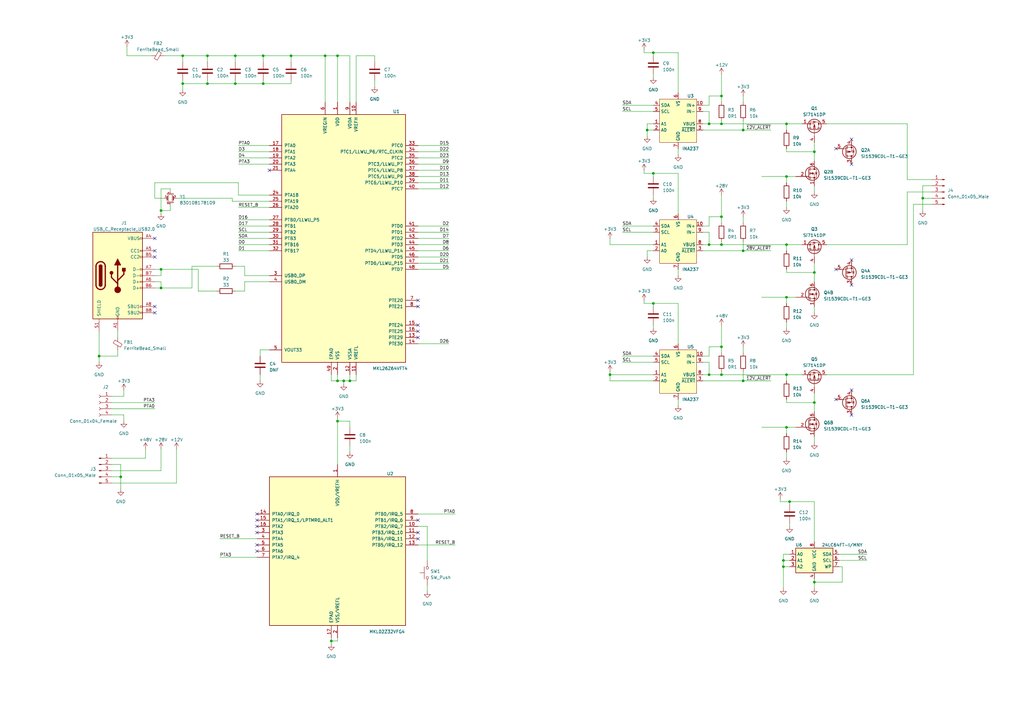
<source format=kicad_sch>
(kicad_sch (version 20210406) (generator eeschema)
  (paper "A3")
  (junction (at 40.64 146.05) (diameter 0.9144))
  (junction (at 49.53 195.58) (diameter 0.9144))
  (junction (at 66.04 86.36) (diameter 0.9144))
  (junction (at 66.04 110.49) (diameter 0.9144))
  (junction (at 66.04 118.11) (diameter 0.9144))
  (junction (at 74.93 22.86) (diameter 0.9144))
  (junction (at 74.93 34.29) (diameter 0.9144))
  (junction (at 85.09 22.86) (diameter 0.9144))
  (junction (at 85.09 34.29) (diameter 0.9144))
  (junction (at 96.52 22.86) (diameter 0.9144))
  (junction (at 96.52 34.29) (diameter 0.9144))
  (junction (at 107.95 22.86) (diameter 0.9144))
  (junction (at 107.95 34.29) (diameter 0.9144))
  (junction (at 119.38 22.86) (diameter 0.9144))
  (junction (at 133.35 22.86) (diameter 0.9144))
  (junction (at 135.89 262.89) (diameter 0.9144))
  (junction (at 138.43 22.86) (diameter 0.9144))
  (junction (at 138.43 156.21) (diameter 0.9144))
  (junction (at 138.43 172.72) (diameter 0.9144))
  (junction (at 140.97 156.21) (diameter 0.9144))
  (junction (at 143.51 156.21) (diameter 0.9144))
  (junction (at 250.19 153.67) (diameter 0.9144))
  (junction (at 265.43 53.34) (diameter 0.9144))
  (junction (at 267.97 21.59) (diameter 0.9144))
  (junction (at 267.97 71.12) (diameter 0.9144))
  (junction (at 267.97 124.46) (diameter 0.9144))
  (junction (at 290.83 50.8) (diameter 0.9144))
  (junction (at 290.83 100.33) (diameter 0.9144))
  (junction (at 290.83 153.67) (diameter 0.9144))
  (junction (at 295.91 39.37) (diameter 0.9144))
  (junction (at 295.91 50.8) (diameter 0.9144))
  (junction (at 295.91 88.9) (diameter 0.9144))
  (junction (at 295.91 100.33) (diameter 0.9144))
  (junction (at 295.91 142.24) (diameter 0.9144))
  (junction (at 295.91 153.67) (diameter 0.9144))
  (junction (at 304.8 53.34) (diameter 0.9144))
  (junction (at 304.8 102.87) (diameter 0.9144))
  (junction (at 304.8 156.21) (diameter 0.9144))
  (junction (at 321.31 229.87) (diameter 0.9144))
  (junction (at 321.31 232.41) (diameter 0.9144))
  (junction (at 322.58 50.8) (diameter 0.9144))
  (junction (at 322.58 72.39) (diameter 0.9144))
  (junction (at 322.58 100.33) (diameter 0.9144))
  (junction (at 322.58 121.92) (diameter 0.9144))
  (junction (at 322.58 153.67) (diameter 0.9144))
  (junction (at 322.58 175.26) (diameter 0.9144))
  (junction (at 323.85 205.74) (diameter 0.9144))
  (junction (at 334.01 62.23) (diameter 0.9144))
  (junction (at 334.01 111.76) (diameter 0.9144))
  (junction (at 334.01 165.1) (diameter 0.9144))
  (junction (at 334.01 238.76) (diameter 0.9144))
  (junction (at 378.46 81.28) (diameter 0.9144))
  (no_connect (at 63.5 97.79))
  (no_connect (at 63.5 102.87))
  (no_connect (at 63.5 105.41))
  (no_connect (at 63.5 125.73))
  (no_connect (at 63.5 128.27))
  (no_connect (at 105.41 210.82))
  (no_connect (at 105.41 213.36))
  (no_connect (at 105.41 215.9))
  (no_connect (at 105.41 218.44))
  (no_connect (at 105.41 223.52))
  (no_connect (at 105.41 226.06))
  (no_connect (at 110.49 69.85))
  (no_connect (at 171.45 123.19))
  (no_connect (at 171.45 125.73))
  (no_connect (at 171.45 133.35))
  (no_connect (at 171.45 135.89))
  (no_connect (at 171.45 138.43))
  (no_connect (at 171.45 213.36))
  (no_connect (at 171.45 218.44))
  (no_connect (at 171.45 220.98))
  (no_connect (at 342.9 60.96))
  (no_connect (at 342.9 110.49))
  (no_connect (at 342.9 163.83))
  (no_connect (at 349.25 57.15))
  (no_connect (at 349.25 67.31))
  (no_connect (at 349.25 106.68))
  (no_connect (at 349.25 116.84))
  (no_connect (at 349.25 160.02))
  (no_connect (at 349.25 170.18))
  (wire (pts (xy 40.64 135.89) (xy 40.64 146.05)))
  (wire (pts (xy 40.64 146.05) (xy 40.64 148.59)))
  (wire (pts (xy 40.64 146.05) (xy 48.26 146.05)))
  (wire (pts (xy 45.72 162.56) (xy 50.8 162.56)))
  (wire (pts (xy 45.72 165.1) (xy 63.5 165.1)))
  (wire (pts (xy 45.72 167.64) (xy 63.5 167.64)))
  (wire (pts (xy 45.72 170.18) (xy 50.8 170.18)))
  (wire (pts (xy 45.72 187.96) (xy 59.69 187.96)))
  (wire (pts (xy 45.72 193.04) (xy 66.04 193.04)))
  (wire (pts (xy 45.72 195.58) (xy 49.53 195.58)))
  (wire (pts (xy 45.72 198.12) (xy 72.39 198.12)))
  (wire (pts (xy 48.26 135.89) (xy 48.26 138.43)))
  (wire (pts (xy 48.26 143.51) (xy 48.26 146.05)))
  (wire (pts (xy 49.53 190.5) (xy 45.72 190.5)))
  (wire (pts (xy 49.53 195.58) (xy 49.53 190.5)))
  (wire (pts (xy 49.53 195.58) (xy 49.53 200.66)))
  (wire (pts (xy 50.8 160.02) (xy 50.8 162.56)))
  (wire (pts (xy 50.8 170.18) (xy 50.8 172.72)))
  (wire (pts (xy 52.07 19.05) (xy 52.07 22.86)))
  (wire (pts (xy 59.69 184.15) (xy 59.69 187.96)))
  (wire (pts (xy 62.23 22.86) (xy 52.07 22.86)))
  (wire (pts (xy 63.5 74.93) (xy 63.5 81.28)))
  (wire (pts (xy 63.5 81.28) (xy 67.31 81.28)))
  (wire (pts (xy 63.5 110.49) (xy 66.04 110.49)))
  (wire (pts (xy 63.5 113.03) (xy 66.04 113.03)))
  (wire (pts (xy 63.5 115.57) (xy 66.04 115.57)))
  (wire (pts (xy 63.5 118.11) (xy 66.04 118.11)))
  (wire (pts (xy 66.04 77.47) (xy 66.04 86.36)))
  (wire (pts (xy 66.04 86.36) (xy 66.04 87.63)))
  (wire (pts (xy 66.04 110.49) (xy 66.04 113.03)))
  (wire (pts (xy 66.04 110.49) (xy 81.28 110.49)))
  (wire (pts (xy 66.04 115.57) (xy 66.04 118.11)))
  (wire (pts (xy 66.04 184.15) (xy 66.04 193.04)))
  (wire (pts (xy 67.31 22.86) (xy 74.93 22.86)))
  (wire (pts (xy 69.85 77.47) (xy 66.04 77.47)))
  (wire (pts (xy 69.85 78.74) (xy 69.85 77.47)))
  (wire (pts (xy 69.85 83.82) (xy 69.85 86.36)))
  (wire (pts (xy 69.85 86.36) (xy 66.04 86.36)))
  (wire (pts (xy 72.39 81.28) (xy 95.25 81.28)))
  (wire (pts (xy 72.39 184.15) (xy 72.39 198.12)))
  (wire (pts (xy 74.93 22.86) (xy 74.93 25.4)))
  (wire (pts (xy 74.93 22.86) (xy 85.09 22.86)))
  (wire (pts (xy 74.93 33.02) (xy 74.93 34.29)))
  (wire (pts (xy 74.93 34.29) (xy 74.93 36.83)))
  (wire (pts (xy 74.93 34.29) (xy 85.09 34.29)))
  (wire (pts (xy 78.74 109.22) (xy 78.74 118.11)))
  (wire (pts (xy 78.74 118.11) (xy 66.04 118.11)))
  (wire (pts (xy 81.28 110.49) (xy 81.28 119.38)))
  (wire (pts (xy 81.28 119.38) (xy 88.9 119.38)))
  (wire (pts (xy 85.09 22.86) (xy 85.09 25.4)))
  (wire (pts (xy 85.09 22.86) (xy 96.52 22.86)))
  (wire (pts (xy 85.09 33.02) (xy 85.09 34.29)))
  (wire (pts (xy 85.09 34.29) (xy 96.52 34.29)))
  (wire (pts (xy 88.9 109.22) (xy 78.74 109.22)))
  (wire (pts (xy 90.17 220.98) (xy 105.41 220.98)))
  (wire (pts (xy 90.17 228.6) (xy 105.41 228.6)))
  (wire (pts (xy 95.25 81.28) (xy 95.25 82.55)))
  (wire (pts (xy 95.25 82.55) (xy 110.49 82.55)))
  (wire (pts (xy 96.52 22.86) (xy 96.52 25.4)))
  (wire (pts (xy 96.52 22.86) (xy 107.95 22.86)))
  (wire (pts (xy 96.52 33.02) (xy 96.52 34.29)))
  (wire (pts (xy 96.52 34.29) (xy 107.95 34.29)))
  (wire (pts (xy 97.79 59.69) (xy 110.49 59.69)))
  (wire (pts (xy 97.79 62.23) (xy 110.49 62.23)))
  (wire (pts (xy 97.79 64.77) (xy 110.49 64.77)))
  (wire (pts (xy 97.79 67.31) (xy 110.49 67.31)))
  (wire (pts (xy 97.79 74.93) (xy 63.5 74.93)))
  (wire (pts (xy 97.79 80.01) (xy 97.79 74.93)))
  (wire (pts (xy 97.79 85.09) (xy 110.49 85.09)))
  (wire (pts (xy 97.79 90.17) (xy 110.49 90.17)))
  (wire (pts (xy 97.79 92.71) (xy 110.49 92.71)))
  (wire (pts (xy 97.79 95.25) (xy 110.49 95.25)))
  (wire (pts (xy 97.79 97.79) (xy 110.49 97.79)))
  (wire (pts (xy 97.79 100.33) (xy 110.49 100.33)))
  (wire (pts (xy 97.79 102.87) (xy 110.49 102.87)))
  (wire (pts (xy 100.33 109.22) (xy 96.52 109.22)))
  (wire (pts (xy 100.33 113.03) (xy 100.33 109.22)))
  (wire (pts (xy 100.33 115.57) (xy 100.33 119.38)))
  (wire (pts (xy 100.33 119.38) (xy 96.52 119.38)))
  (wire (pts (xy 106.68 143.51) (xy 106.68 146.05)))
  (wire (pts (xy 106.68 153.67) (xy 106.68 156.21)))
  (wire (pts (xy 107.95 22.86) (xy 107.95 25.4)))
  (wire (pts (xy 107.95 22.86) (xy 119.38 22.86)))
  (wire (pts (xy 107.95 33.02) (xy 107.95 34.29)))
  (wire (pts (xy 107.95 34.29) (xy 119.38 34.29)))
  (wire (pts (xy 110.49 80.01) (xy 97.79 80.01)))
  (wire (pts (xy 110.49 113.03) (xy 100.33 113.03)))
  (wire (pts (xy 110.49 115.57) (xy 100.33 115.57)))
  (wire (pts (xy 110.49 143.51) (xy 106.68 143.51)))
  (wire (pts (xy 119.38 22.86) (xy 133.35 22.86)))
  (wire (pts (xy 119.38 25.4) (xy 119.38 22.86)))
  (wire (pts (xy 119.38 34.29) (xy 119.38 33.02)))
  (wire (pts (xy 133.35 22.86) (xy 133.35 41.91)))
  (wire (pts (xy 133.35 22.86) (xy 138.43 22.86)))
  (wire (pts (xy 135.89 153.67) (xy 135.89 156.21)))
  (wire (pts (xy 135.89 156.21) (xy 138.43 156.21)))
  (wire (pts (xy 135.89 261.62) (xy 135.89 262.89)))
  (wire (pts (xy 135.89 262.89) (xy 135.89 264.16)))
  (wire (pts (xy 135.89 262.89) (xy 138.43 262.89)))
  (wire (pts (xy 138.43 22.86) (xy 138.43 41.91)))
  (wire (pts (xy 138.43 22.86) (xy 143.51 22.86)))
  (wire (pts (xy 138.43 153.67) (xy 138.43 156.21)))
  (wire (pts (xy 138.43 156.21) (xy 140.97 156.21)))
  (wire (pts (xy 138.43 171.45) (xy 138.43 172.72)))
  (wire (pts (xy 138.43 172.72) (xy 138.43 190.5)))
  (wire (pts (xy 138.43 172.72) (xy 143.51 172.72)))
  (wire (pts (xy 138.43 261.62) (xy 138.43 262.89)))
  (wire (pts (xy 140.97 156.21) (xy 140.97 157.48)))
  (wire (pts (xy 140.97 156.21) (xy 143.51 156.21)))
  (wire (pts (xy 143.51 22.86) (xy 143.51 41.91)))
  (wire (pts (xy 143.51 153.67) (xy 143.51 156.21)))
  (wire (pts (xy 143.51 156.21) (xy 146.05 156.21)))
  (wire (pts (xy 143.51 175.26) (xy 143.51 172.72)))
  (wire (pts (xy 143.51 182.88) (xy 143.51 185.42)))
  (wire (pts (xy 146.05 22.86) (xy 146.05 41.91)))
  (wire (pts (xy 146.05 156.21) (xy 146.05 153.67)))
  (wire (pts (xy 153.67 22.86) (xy 146.05 22.86)))
  (wire (pts (xy 153.67 25.4) (xy 153.67 22.86)))
  (wire (pts (xy 153.67 33.02) (xy 153.67 35.56)))
  (wire (pts (xy 171.45 59.69) (xy 184.15 59.69)))
  (wire (pts (xy 171.45 62.23) (xy 184.15 62.23)))
  (wire (pts (xy 171.45 64.77) (xy 184.15 64.77)))
  (wire (pts (xy 171.45 67.31) (xy 184.15 67.31)))
  (wire (pts (xy 171.45 69.85) (xy 184.15 69.85)))
  (wire (pts (xy 171.45 72.39) (xy 184.15 72.39)))
  (wire (pts (xy 171.45 74.93) (xy 184.15 74.93)))
  (wire (pts (xy 171.45 77.47) (xy 184.15 77.47)))
  (wire (pts (xy 171.45 92.71) (xy 184.15 92.71)))
  (wire (pts (xy 171.45 95.25) (xy 184.15 95.25)))
  (wire (pts (xy 171.45 97.79) (xy 184.15 97.79)))
  (wire (pts (xy 171.45 100.33) (xy 184.15 100.33)))
  (wire (pts (xy 171.45 102.87) (xy 184.15 102.87)))
  (wire (pts (xy 171.45 105.41) (xy 184.15 105.41)))
  (wire (pts (xy 171.45 107.95) (xy 184.15 107.95)))
  (wire (pts (xy 171.45 110.49) (xy 184.15 110.49)))
  (wire (pts (xy 171.45 140.97) (xy 184.15 140.97)))
  (wire (pts (xy 171.45 210.82) (xy 186.69 210.82)))
  (wire (pts (xy 171.45 215.9) (xy 175.26 215.9)))
  (wire (pts (xy 171.45 223.52) (xy 186.69 223.52)))
  (wire (pts (xy 175.26 215.9) (xy 175.26 229.87)))
  (wire (pts (xy 175.26 240.03) (xy 175.26 242.57)))
  (wire (pts (xy 250.19 97.79) (xy 250.19 100.33)))
  (wire (pts (xy 250.19 152.4) (xy 250.19 153.67)))
  (wire (pts (xy 250.19 156.21) (xy 250.19 153.67)))
  (wire (pts (xy 255.27 43.18) (xy 267.97 43.18)))
  (wire (pts (xy 255.27 45.72) (xy 267.97 45.72)))
  (wire (pts (xy 255.27 92.71) (xy 267.97 92.71)))
  (wire (pts (xy 255.27 95.25) (xy 267.97 95.25)))
  (wire (pts (xy 255.27 146.05) (xy 267.97 146.05)))
  (wire (pts (xy 255.27 148.59) (xy 267.97 148.59)))
  (wire (pts (xy 264.16 20.32) (xy 264.16 21.59)))
  (wire (pts (xy 264.16 21.59) (xy 267.97 21.59)))
  (wire (pts (xy 264.16 69.85) (xy 264.16 71.12)))
  (wire (pts (xy 264.16 71.12) (xy 267.97 71.12)))
  (wire (pts (xy 264.16 123.19) (xy 264.16 124.46)))
  (wire (pts (xy 264.16 124.46) (xy 267.97 124.46)))
  (wire (pts (xy 265.43 50.8) (xy 265.43 53.34)))
  (wire (pts (xy 265.43 53.34) (xy 265.43 55.88)))
  (wire (pts (xy 265.43 53.34) (xy 267.97 53.34)))
  (wire (pts (xy 265.43 102.87) (xy 265.43 105.41)))
  (wire (pts (xy 267.97 21.59) (xy 267.97 22.86)))
  (wire (pts (xy 267.97 21.59) (xy 278.13 21.59)))
  (wire (pts (xy 267.97 30.48) (xy 267.97 31.75)))
  (wire (pts (xy 267.97 50.8) (xy 265.43 50.8)))
  (wire (pts (xy 267.97 71.12) (xy 267.97 72.39)))
  (wire (pts (xy 267.97 71.12) (xy 278.13 71.12)))
  (wire (pts (xy 267.97 80.01) (xy 267.97 81.28)))
  (wire (pts (xy 267.97 100.33) (xy 250.19 100.33)))
  (wire (pts (xy 267.97 102.87) (xy 265.43 102.87)))
  (wire (pts (xy 267.97 124.46) (xy 267.97 125.73)))
  (wire (pts (xy 267.97 124.46) (xy 278.13 124.46)))
  (wire (pts (xy 267.97 133.35) (xy 267.97 134.62)))
  (wire (pts (xy 267.97 153.67) (xy 250.19 153.67)))
  (wire (pts (xy 267.97 156.21) (xy 250.19 156.21)))
  (wire (pts (xy 278.13 21.59) (xy 278.13 38.1)))
  (wire (pts (xy 278.13 60.96) (xy 278.13 63.5)))
  (wire (pts (xy 278.13 71.12) (xy 278.13 87.63)))
  (wire (pts (xy 278.13 110.49) (xy 278.13 113.03)))
  (wire (pts (xy 278.13 124.46) (xy 278.13 140.97)))
  (wire (pts (xy 278.13 163.83) (xy 278.13 166.37)))
  (wire (pts (xy 288.29 45.72) (xy 290.83 45.72)))
  (wire (pts (xy 288.29 50.8) (xy 290.83 50.8)))
  (wire (pts (xy 288.29 53.34) (xy 304.8 53.34)))
  (wire (pts (xy 288.29 95.25) (xy 290.83 95.25)))
  (wire (pts (xy 288.29 100.33) (xy 290.83 100.33)))
  (wire (pts (xy 288.29 102.87) (xy 304.8 102.87)))
  (wire (pts (xy 288.29 148.59) (xy 290.83 148.59)))
  (wire (pts (xy 288.29 153.67) (xy 290.83 153.67)))
  (wire (pts (xy 288.29 156.21) (xy 304.8 156.21)))
  (wire (pts (xy 290.83 39.37) (xy 290.83 43.18)))
  (wire (pts (xy 290.83 43.18) (xy 288.29 43.18)))
  (wire (pts (xy 290.83 45.72) (xy 290.83 50.8)))
  (wire (pts (xy 290.83 50.8) (xy 295.91 50.8)))
  (wire (pts (xy 290.83 88.9) (xy 290.83 92.71)))
  (wire (pts (xy 290.83 92.71) (xy 288.29 92.71)))
  (wire (pts (xy 290.83 95.25) (xy 290.83 100.33)))
  (wire (pts (xy 290.83 100.33) (xy 295.91 100.33)))
  (wire (pts (xy 290.83 142.24) (xy 290.83 146.05)))
  (wire (pts (xy 290.83 146.05) (xy 288.29 146.05)))
  (wire (pts (xy 290.83 148.59) (xy 290.83 153.67)))
  (wire (pts (xy 290.83 153.67) (xy 295.91 153.67)))
  (wire (pts (xy 295.91 30.48) (xy 295.91 39.37)))
  (wire (pts (xy 295.91 39.37) (xy 290.83 39.37)))
  (wire (pts (xy 295.91 41.91) (xy 295.91 39.37)))
  (wire (pts (xy 295.91 49.53) (xy 295.91 50.8)))
  (wire (pts (xy 295.91 50.8) (xy 322.58 50.8)))
  (wire (pts (xy 295.91 80.01) (xy 295.91 88.9)))
  (wire (pts (xy 295.91 88.9) (xy 290.83 88.9)))
  (wire (pts (xy 295.91 91.44) (xy 295.91 88.9)))
  (wire (pts (xy 295.91 99.06) (xy 295.91 100.33)))
  (wire (pts (xy 295.91 100.33) (xy 322.58 100.33)))
  (wire (pts (xy 295.91 133.35) (xy 295.91 142.24)))
  (wire (pts (xy 295.91 142.24) (xy 290.83 142.24)))
  (wire (pts (xy 295.91 144.78) (xy 295.91 142.24)))
  (wire (pts (xy 295.91 152.4) (xy 295.91 153.67)))
  (wire (pts (xy 295.91 153.67) (xy 322.58 153.67)))
  (wire (pts (xy 304.8 39.37) (xy 304.8 41.91)))
  (wire (pts (xy 304.8 49.53) (xy 304.8 53.34)))
  (wire (pts (xy 304.8 53.34) (xy 316.23 53.34)))
  (wire (pts (xy 304.8 88.9) (xy 304.8 91.44)))
  (wire (pts (xy 304.8 99.06) (xy 304.8 102.87)))
  (wire (pts (xy 304.8 102.87) (xy 316.23 102.87)))
  (wire (pts (xy 304.8 142.24) (xy 304.8 144.78)))
  (wire (pts (xy 304.8 152.4) (xy 304.8 156.21)))
  (wire (pts (xy 304.8 156.21) (xy 316.23 156.21)))
  (wire (pts (xy 312.42 72.39) (xy 322.58 72.39)))
  (wire (pts (xy 312.42 121.92) (xy 322.58 121.92)))
  (wire (pts (xy 312.42 175.26) (xy 322.58 175.26)))
  (wire (pts (xy 320.04 204.47) (xy 320.04 205.74)))
  (wire (pts (xy 320.04 205.74) (xy 323.85 205.74)))
  (wire (pts (xy 321.31 227.33) (xy 321.31 229.87)))
  (wire (pts (xy 321.31 229.87) (xy 321.31 232.41)))
  (wire (pts (xy 321.31 229.87) (xy 323.85 229.87)))
  (wire (pts (xy 321.31 232.41) (xy 321.31 241.3)))
  (wire (pts (xy 321.31 232.41) (xy 323.85 232.41)))
  (wire (pts (xy 322.58 50.8) (xy 322.58 53.34)))
  (wire (pts (xy 322.58 50.8) (xy 328.93 50.8)))
  (wire (pts (xy 322.58 60.96) (xy 322.58 62.23)))
  (wire (pts (xy 322.58 62.23) (xy 334.01 62.23)))
  (wire (pts (xy 322.58 72.39) (xy 322.58 74.93)))
  (wire (pts (xy 322.58 82.55) (xy 322.58 85.09)))
  (wire (pts (xy 322.58 100.33) (xy 322.58 102.87)))
  (wire (pts (xy 322.58 100.33) (xy 328.93 100.33)))
  (wire (pts (xy 322.58 110.49) (xy 322.58 111.76)))
  (wire (pts (xy 322.58 111.76) (xy 334.01 111.76)))
  (wire (pts (xy 322.58 121.92) (xy 322.58 124.46)))
  (wire (pts (xy 322.58 132.08) (xy 322.58 134.62)))
  (wire (pts (xy 322.58 153.67) (xy 322.58 156.21)))
  (wire (pts (xy 322.58 153.67) (xy 328.93 153.67)))
  (wire (pts (xy 322.58 163.83) (xy 322.58 165.1)))
  (wire (pts (xy 322.58 165.1) (xy 334.01 165.1)))
  (wire (pts (xy 322.58 175.26) (xy 322.58 177.8)))
  (wire (pts (xy 322.58 185.42) (xy 322.58 187.96)))
  (wire (pts (xy 323.85 205.74) (xy 323.85 207.01)))
  (wire (pts (xy 323.85 205.74) (xy 334.01 205.74)))
  (wire (pts (xy 323.85 214.63) (xy 323.85 215.9)))
  (wire (pts (xy 323.85 227.33) (xy 321.31 227.33)))
  (wire (pts (xy 326.39 72.39) (xy 322.58 72.39)))
  (wire (pts (xy 326.39 121.92) (xy 322.58 121.92)))
  (wire (pts (xy 326.39 175.26) (xy 322.58 175.26)))
  (wire (pts (xy 334.01 58.42) (xy 334.01 62.23)))
  (wire (pts (xy 334.01 62.23) (xy 334.01 66.04)))
  (wire (pts (xy 334.01 76.2) (xy 334.01 78.74)))
  (wire (pts (xy 334.01 107.95) (xy 334.01 111.76)))
  (wire (pts (xy 334.01 111.76) (xy 334.01 115.57)))
  (wire (pts (xy 334.01 125.73) (xy 334.01 128.27)))
  (wire (pts (xy 334.01 161.29) (xy 334.01 165.1)))
  (wire (pts (xy 334.01 165.1) (xy 334.01 168.91)))
  (wire (pts (xy 334.01 179.07) (xy 334.01 181.61)))
  (wire (pts (xy 334.01 205.74) (xy 334.01 222.25)))
  (wire (pts (xy 334.01 237.49) (xy 334.01 238.76)))
  (wire (pts (xy 334.01 238.76) (xy 334.01 241.3)))
  (wire (pts (xy 334.01 238.76) (xy 345.44 238.76)))
  (wire (pts (xy 339.09 50.8) (xy 372.11 50.8)))
  (wire (pts (xy 339.09 100.33) (xy 372.11 100.33)))
  (wire (pts (xy 339.09 153.67) (xy 374.65 153.67)))
  (wire (pts (xy 344.17 227.33) (xy 355.6 227.33)))
  (wire (pts (xy 344.17 229.87) (xy 355.6 229.87)))
  (wire (pts (xy 344.17 232.41) (xy 345.44 232.41)))
  (wire (pts (xy 345.44 232.41) (xy 345.44 238.76)))
  (wire (pts (xy 372.11 50.8) (xy 372.11 73.66)))
  (wire (pts (xy 372.11 73.66) (xy 382.27 73.66)))
  (wire (pts (xy 372.11 78.74) (xy 372.11 100.33)))
  (wire (pts (xy 372.11 78.74) (xy 382.27 78.74)))
  (wire (pts (xy 374.65 83.82) (xy 382.27 83.82)))
  (wire (pts (xy 374.65 153.67) (xy 374.65 83.82)))
  (wire (pts (xy 378.46 76.2) (xy 382.27 76.2)))
  (wire (pts (xy 378.46 81.28) (xy 378.46 76.2)))
  (wire (pts (xy 378.46 81.28) (xy 378.46 86.36)))
  (wire (pts (xy 382.27 81.28) (xy 378.46 81.28)))
  (label "PTA3" (at 63.5 165.1 180))
  (label "PTA0" (at 63.5 167.64 180))
  (label "RESET_B" (at 90.17 220.98 0))
  (label "PTA3" (at 90.17 228.6 0))
  (label "PTA0" (at 97.79 59.69 0))
  (label "D3" (at 97.79 62.23 0))
  (label "D4" (at 97.79 64.77 0))
  (label "PTA3" (at 97.79 67.31 0))
  (label "RESET_B" (at 97.79 85.09 0))
  (label "D16" (at 97.79 90.17 0))
  (label "D17" (at 97.79 92.71 0))
  (label "SCL" (at 97.79 95.25 0))
  (label "SDA" (at 97.79 97.79 0))
  (label "D0" (at 97.79 100.33 0))
  (label "D1" (at 97.79 102.87 0))
  (label "D15" (at 184.15 59.69 180))
  (label "D22" (at 184.15 62.23 180))
  (label "D23" (at 184.15 64.77 180))
  (label "D9" (at 184.15 67.31 180))
  (label "D10" (at 184.15 69.85 180))
  (label "D13" (at 184.15 72.39 180))
  (label "D11" (at 184.15 74.93 180))
  (label "D12" (at 184.15 77.47 180))
  (label "D2" (at 184.15 92.71 180))
  (label "D14" (at 184.15 95.25 180))
  (label "D7" (at 184.15 97.79 180))
  (label "D8" (at 184.15 100.33 180))
  (label "D6" (at 184.15 102.87 180))
  (label "D20" (at 184.15 105.41 180))
  (label "D21" (at 184.15 107.95 180))
  (label "D5" (at 184.15 110.49 180))
  (label "D26" (at 184.15 140.97 180))
  (label "PTA0" (at 186.69 210.82 180))
  (label "RESET_B" (at 186.69 223.52 180))
  (label "SDA" (at 255.27 43.18 0))
  (label "SCL" (at 255.27 45.72 0))
  (label "SDA" (at 255.27 92.71 0))
  (label "SCL" (at 255.27 95.25 0))
  (label "SDA" (at 255.27 146.05 0))
  (label "SCL" (at 255.27 148.59 0))
  (label "~12V_ALERT" (at 316.23 53.34 180))
  (label "~28V_ALERT" (at 316.23 102.87 180))
  (label "~12V_ALERT" (at 316.23 156.21 180))
  (label "SDA" (at 355.6 227.33 180))
  (label "SCL" (at 355.6 229.87 180))
  (symbol (lib_id "power:+3V3") (at 50.8 160.02 0) (unit 1)
    (property "Reference" "#PWR0108" (effects hide))
    (property "Value" "+3V3" (at 50.8 156.21 0))
  )
  (symbol (lib_id "power:+3V3") (at 52.07 19.05 0) (unit 1)
    (property "Reference" "#PWR0107" (effects hide))
    (property "Value" "+3V3" (at 52.07 15.24 0))
  )
  (symbol (lib_id "power:+48V") (at 59.69 184.15 0) (unit 1)
    (property "Reference" "#PWR0117" (effects hide))
    (property "Value" "+48V" (at 59.69 180.34 0))
  )
  (symbol (lib_id "power:+28V") (at 66.04 184.15 0) (unit 1)
    (property "Reference" "#PWR0116" (effects hide))
    (property "Value" "+28V" (at 66.04 180.34 0))
  )
  (symbol (lib_id "power:+12V") (at 72.39 184.15 0) (unit 1)
    (property "Reference" "#PWR0115" (effects hide))
    (property "Value" "+12V" (at 72.39 180.34 0))
  )
  (symbol (lib_id "power:+3V3") (at 138.43 171.45 0) (unit 1)
    (property "Reference" "#PWR0112" (effects hide))
    (property "Value" "+3V3" (at 138.43 167.64 0))
  )
  (symbol (lib_id "power:+3V3") (at 250.19 97.79 0) (unit 1)
    (property "Reference" "#PWR0131" (effects hide))
    (property "Value" "+3V3" (at 250.19 93.98 0))
  )
  (symbol (lib_id "power:+3V3") (at 250.19 152.4 0) (unit 1)
    (property "Reference" "#PWR0134" (effects hide))
    (property "Value" "+3V3" (at 250.19 148.59 0))
  )
  (symbol (lib_id "power:+3V3") (at 264.16 20.32 0) (unit 1)
    (property "Reference" "#PWR0141" (effects hide))
    (property "Value" "+3V3" (at 264.16 16.51 0))
  )
  (symbol (lib_id "power:+3V3") (at 264.16 69.85 0) (unit 1)
    (property "Reference" "#PWR0123" (effects hide))
    (property "Value" "+3V3" (at 264.16 66.04 0))
  )
  (symbol (lib_id "power:+3V3") (at 264.16 123.19 0) (unit 1)
    (property "Reference" "#PWR0130" (effects hide))
    (property "Value" "+3V3" (at 264.16 119.38 0))
  )
  (symbol (lib_id "power:+12V") (at 295.91 30.48 0) (unit 1)
    (property "Reference" "#PWR0142" (effects hide))
    (property "Value" "+12V" (at 295.91 26.67 0))
  )
  (symbol (lib_id "power:+28V") (at 295.91 80.01 0) (unit 1)
    (property "Reference" "#PWR0136" (effects hide))
    (property "Value" "+28V" (at 295.91 76.2 0))
  )
  (symbol (lib_id "power:+48V") (at 295.91 133.35 0) (unit 1)
    (property "Reference" "#PWR0127" (effects hide))
    (property "Value" "+48V" (at 295.91 129.54 0))
  )
  (symbol (lib_id "power:+3V3") (at 304.8 39.37 0) (unit 1)
    (property "Reference" "#PWR0143" (effects hide))
    (property "Value" "+3V3" (at 304.8 35.56 0))
  )
  (symbol (lib_id "power:+3V3") (at 304.8 88.9 0) (unit 1)
    (property "Reference" "#PWR0138" (effects hide))
    (property "Value" "+3V3" (at 304.8 85.09 0))
  )
  (symbol (lib_id "power:+3V3") (at 304.8 142.24 0) (unit 1)
    (property "Reference" "#PWR0119" (effects hide))
    (property "Value" "+3V3" (at 304.8 138.43 0))
  )
  (symbol (lib_id "power:+3V3") (at 320.04 204.47 0) (unit 1)
    (property "Reference" "#PWR0146" (effects hide))
    (property "Value" "+3V3" (at 320.04 200.66 0))
  )
  (symbol (lib_id "power:GND") (at 40.64 148.59 0) (unit 1)
    (property "Reference" "#PWR0104" (effects hide))
    (property "Value" "GND" (at 40.64 153.67 0))
  )
  (symbol (lib_id "power:GND") (at 49.53 200.66 0) (mirror y) (unit 1)
    (property "Reference" "#PWR0114" (effects hide))
    (property "Value" "GND" (at 49.53 205.74 0))
  )
  (symbol (lib_id "power:GND") (at 50.8 172.72 0) (unit 1)
    (property "Reference" "#PWR0109" (effects hide))
    (property "Value" "GND" (at 50.8 177.8 0))
  )
  (symbol (lib_id "power:GND") (at 66.04 87.63 0) (unit 1)
    (property "Reference" "#PWR0105" (effects hide))
    (property "Value" "GND" (at 66.04 92.71 0))
  )
  (symbol (lib_id "power:GND") (at 74.93 36.83 0) (unit 1)
    (property "Reference" "#PWR0106" (effects hide))
    (property "Value" "GND" (at 74.93 41.91 0))
  )
  (symbol (lib_id "power:GND") (at 106.68 156.21 0) (unit 1)
    (property "Reference" "#PWR0103" (effects hide))
    (property "Value" "GND" (at 106.68 161.29 0))
  )
  (symbol (lib_id "power:GND") (at 135.89 264.16 0) (unit 1)
    (property "Reference" "#PWR0110" (effects hide))
    (property "Value" "GND" (at 135.89 269.24 0))
  )
  (symbol (lib_id "power:GND") (at 140.97 157.48 0) (unit 1)
    (property "Reference" "#PWR0102" (effects hide))
    (property "Value" "GND" (at 140.97 162.56 0))
  )
  (symbol (lib_id "power:GND") (at 143.51 185.42 0) (unit 1)
    (property "Reference" "#PWR0113" (effects hide))
    (property "Value" "GND" (at 143.51 190.5 0))
  )
  (symbol (lib_id "power:GND") (at 153.67 35.56 0) (unit 1)
    (property "Reference" "#PWR0101" (effects hide))
    (property "Value" "GND" (at 153.67 40.64 0))
  )
  (symbol (lib_id "power:GND") (at 175.26 242.57 0) (unit 1)
    (property "Reference" "#PWR0111" (effects hide))
    (property "Value" "GND" (at 175.26 247.65 0))
  )
  (symbol (lib_id "power:GND") (at 265.43 55.88 0) (unit 1)
    (property "Reference" "#PWR0122" (effects hide))
    (property "Value" "GND" (at 265.43 60.96 0))
  )
  (symbol (lib_id "power:GND") (at 265.43 105.41 0) (unit 1)
    (property "Reference" "#PWR0132" (effects hide))
    (property "Value" "GND" (at 265.43 110.49 0))
  )
  (symbol (lib_id "power:GND") (at 267.97 31.75 0) (unit 1)
    (property "Reference" "#PWR0140" (effects hide))
    (property "Value" "GND" (at 267.97 36.83 0))
  )
  (symbol (lib_id "power:GND") (at 267.97 81.28 0) (unit 1)
    (property "Reference" "#PWR0125" (effects hide))
    (property "Value" "GND" (at 267.97 86.36 0))
  )
  (symbol (lib_id "power:GND") (at 267.97 134.62 0) (unit 1)
    (property "Reference" "#PWR0126" (effects hide))
    (property "Value" "GND" (at 267.97 139.7 0))
  )
  (symbol (lib_id "power:GND") (at 278.13 63.5 0) (unit 1)
    (property "Reference" "#PWR0124" (effects hide))
    (property "Value" "GND" (at 278.13 68.58 0))
  )
  (symbol (lib_id "power:GND") (at 278.13 113.03 0) (unit 1)
    (property "Reference" "#PWR0129" (effects hide))
    (property "Value" "GND" (at 278.13 118.11 0))
  )
  (symbol (lib_id "power:GND") (at 278.13 166.37 0) (unit 1)
    (property "Reference" "#PWR0133" (effects hide))
    (property "Value" "GND" (at 278.13 171.45 0))
  )
  (symbol (lib_id "power:GND") (at 321.31 241.3 0) (unit 1)
    (property "Reference" "#PWR0144" (effects hide))
    (property "Value" "GND" (at 321.31 246.38 0))
  )
  (symbol (lib_id "power:GND") (at 322.58 85.09 0) (unit 1)
    (property "Reference" "#PWR0137" (effects hide))
    (property "Value" "GND" (at 322.58 90.17 0))
  )
  (symbol (lib_id "power:GND") (at 322.58 134.62 0) (unit 1)
    (property "Reference" "#PWR0118" (effects hide))
    (property "Value" "GND" (at 322.58 139.7 0))
  )
  (symbol (lib_id "power:GND") (at 322.58 187.96 0) (unit 1)
    (property "Reference" "#PWR0120" (effects hide))
    (property "Value" "GND" (at 322.58 193.04 0))
  )
  (symbol (lib_id "power:GND") (at 323.85 215.9 0) (unit 1)
    (property "Reference" "#PWR0145" (effects hide))
    (property "Value" "GND" (at 323.85 220.98 0))
  )
  (symbol (lib_id "power:GND") (at 334.01 78.74 0) (unit 1)
    (property "Reference" "#PWR0139" (effects hide))
    (property "Value" "GND" (at 334.01 83.82 0))
  )
  (symbol (lib_id "power:GND") (at 334.01 128.27 0) (unit 1)
    (property "Reference" "#PWR0135" (effects hide))
    (property "Value" "GND" (at 334.01 133.35 0))
  )
  (symbol (lib_id "power:GND") (at 334.01 181.61 0) (unit 1)
    (property "Reference" "#PWR0121" (effects hide))
    (property "Value" "GND" (at 334.01 186.69 0))
  )
  (symbol (lib_id "power:GND") (at 334.01 241.3 0) (unit 1)
    (property "Reference" "#PWR0147" (effects hide))
    (property "Value" "GND" (at 334.01 246.38 0))
  )
  (symbol (lib_id "power:GND") (at 378.46 86.36 0) (unit 1)
    (property "Reference" "#PWR0128" (effects hide))
    (property "Value" "GND" (at 378.46 91.44 0))
  )
  (symbol (lib_id "Device:R") (at 92.71 109.22 90) (unit 1)
    (property "Reference" "R1" (at 92.71 104.14 90))
    (property "Value" "33" (at 92.71 106.68 90))
    (property "Footprint" "Resistor_SMD:R_0402_1005Metric" (effects hide))
  )
  (symbol (lib_id "Device:R") (at 92.71 119.38 90) (unit 1)
    (property "Reference" "R2" (at 92.71 114.3 90))
    (property "Value" "33" (at 92.71 116.84 90))
    (property "Footprint" "Resistor_SMD:R_0402_1005Metric" (effects hide))
  )
  (symbol (lib_id "Device:R") (at 295.91 45.72 0) (unit 1)
    (property "Reference" "R3" (at 298.45 45.0849 0) (effects (justify left)))
    (property "Value" "0R1" (at 298.45 47.6249 0) (effects (justify left)))
    (property "Footprint" "Resistor_SMD:R_2512_6332Metric" (effects hide))
  )
  (symbol (lib_id "Device:R") (at 295.91 95.25 0) (unit 1)
    (property "Reference" "R4" (at 298.45 94.6149 0) (effects (justify left)))
    (property "Value" "0R1" (at 298.45 97.1549 0) (effects (justify left)))
    (property "Footprint" "Resistor_SMD:R_2512_6332Metric" (effects hide))
  )
  (symbol (lib_id "Device:R") (at 295.91 148.59 0) (unit 1)
    (property "Reference" "R5" (at 298.45 147.9549 0) (effects (justify left)))
    (property "Value" "0R1" (at 298.45 150.4949 0) (effects (justify left)))
    (property "Footprint" "Resistor_SMD:R_2512_6332Metric" (effects hide))
  )
  (symbol (lib_id "Device:R") (at 304.8 45.72 0) (unit 1)
    (property "Reference" "R6" (at 307.34 45.0849 0) (effects (justify left)))
    (property "Value" "10k" (at 307.34 47.6249 0) (effects (justify left)))
    (property "Footprint" "Resistor_SMD:R_0402_1005Metric" (effects hide))
  )
  (symbol (lib_id "Device:R") (at 304.8 95.25 0) (unit 1)
    (property "Reference" "R7" (at 307.34 94.6149 0) (effects (justify left)))
    (property "Value" "10k" (at 307.34 97.1549 0) (effects (justify left)))
    (property "Footprint" "Resistor_SMD:R_0402_1005Metric" (effects hide))
  )
  (symbol (lib_id "Device:R") (at 304.8 148.59 0) (unit 1)
    (property "Reference" "R8" (at 307.34 147.9549 0) (effects (justify left)))
    (property "Value" "10k" (at 307.34 150.4949 0) (effects (justify left)))
    (property "Footprint" "Resistor_SMD:R_0402_1005Metric" (effects hide))
  )
  (symbol (lib_id "Device:R") (at 322.58 57.15 0) (unit 1)
    (property "Reference" "R9" (at 325.12 56.5149 0) (effects (justify left)))
    (property "Value" "10k" (at 325.12 59.0549 0) (effects (justify left)))
    (property "Footprint" "Resistor_SMD:R_0402_1005Metric" (effects hide))
  )
  (symbol (lib_id "Device:R") (at 322.58 78.74 0) (unit 1)
    (property "Reference" "R10" (at 325.12 78.1049 0) (effects (justify left)))
    (property "Value" "10k" (at 325.12 80.6449 0) (effects (justify left)))
    (property "Footprint" "Resistor_SMD:R_0402_1005Metric" (effects hide))
  )
  (symbol (lib_id "Device:R") (at 322.58 106.68 0) (unit 1)
    (property "Reference" "R11" (at 325.12 106.0449 0) (effects (justify left)))
    (property "Value" "10k" (at 325.12 108.5849 0) (effects (justify left)))
    (property "Footprint" "Resistor_SMD:R_0402_1005Metric" (effects hide))
  )
  (symbol (lib_id "Device:R") (at 322.58 128.27 0) (unit 1)
    (property "Reference" "R12" (at 325.12 127.6349 0) (effects (justify left)))
    (property "Value" "10k" (at 325.12 130.1749 0) (effects (justify left)))
    (property "Footprint" "Resistor_SMD:R_0402_1005Metric" (effects hide))
  )
  (symbol (lib_id "Device:R") (at 322.58 160.02 0) (unit 1)
    (property "Reference" "R13" (at 325.12 159.3849 0) (effects (justify left)))
    (property "Value" "10k" (at 325.12 161.9249 0) (effects (justify left)))
    (property "Footprint" "Resistor_SMD:R_0402_1005Metric" (effects hide))
  )
  (symbol (lib_id "Device:R") (at 322.58 181.61 0) (unit 1)
    (property "Reference" "R14" (at 325.12 180.9749 0) (effects (justify left)))
    (property "Value" "10k" (at 325.12 183.5149 0) (effects (justify left)))
    (property "Footprint" "Resistor_SMD:R_0402_1005Metric" (effects hide))
  )
  (symbol (lib_id "Device:FerriteBead_Small") (at 48.26 140.97 0) (unit 1)
    (property "Reference" "FB1" (at 50.8 140.3349 0) (effects (justify left)))
    (property "Value" "FerriteBead_Small" (at 50.8 142.8749 0) (effects (justify left)))
    (property "Footprint" "Inductor_SMD:L_0603_1608Metric" (effects hide))
  )
  (symbol (lib_id "Device:FerriteBead_Small") (at 64.77 22.86 90) (unit 1)
    (property "Reference" "FB2" (at 64.77 17.78 90))
    (property "Value" "FerriteBead_Small" (at 64.77 20.32 90))
    (property "Footprint" "Inductor_SMD:L_0603_1608Metric" (effects hide))
  )
  (symbol (lib_id "Device:Crystal_GND24_Small") (at 69.85 81.28 0) (unit 1)
    (property "Reference" "Y1" (at 73.66 80.6449 0) (effects (justify left)))
    (property "Value" "830108178109 " (at 73.66 83.1849 0) (effects (justify left)))
    (property "Footprint" "Crystal:Crystal_SMD_2016-4Pin_2.0x1.6mm" (effects hide))
  )
  (symbol (lib_id "Device:C") (at 74.93 29.21 0) (unit 1)
    (property "Reference" "C1" (at 78.74 28.5749 0) (effects (justify left)))
    (property "Value" "10u" (at 78.74 31.1149 0) (effects (justify left)))
    (property "Footprint" "Capacitor_SMD:C_0603_1608Metric" (effects hide))
  )
  (symbol (lib_id "Device:C") (at 85.09 29.21 0) (unit 1)
    (property "Reference" "C2" (at 88.9 28.5749 0) (effects (justify left)))
    (property "Value" "100n" (at 88.9 31.1149 0) (effects (justify left)))
    (property "Footprint" "Capacitor_SMD:C_0402_1005Metric" (effects hide))
  )
  (symbol (lib_id "Device:C") (at 96.52 29.21 0) (unit 1)
    (property "Reference" "C3" (at 100.33 28.5749 0) (effects (justify left)))
    (property "Value" "100n" (at 100.33 31.1149 0) (effects (justify left)))
    (property "Footprint" "Capacitor_SMD:C_0402_1005Metric" (effects hide))
  )
  (symbol (lib_id "Device:C") (at 106.68 149.86 0) (unit 1)
    (property "Reference" "C4" (at 110.49 149.2249 0) (effects (justify left)))
    (property "Value" "DNF" (at 110.49 151.7649 0) (effects (justify left)))
    (property "Footprint" "Capacitor_SMD:C_0603_1608Metric" (effects hide))
  )
  (symbol (lib_id "Device:C") (at 107.95 29.21 0) (unit 1)
    (property "Reference" "C5" (at 111.76 28.5749 0) (effects (justify left)))
    (property "Value" "100n" (at 111.76 31.1149 0) (effects (justify left)))
    (property "Footprint" "Capacitor_SMD:C_0402_1005Metric" (effects hide))
  )
  (symbol (lib_id "Device:C") (at 119.38 29.21 0) (unit 1)
    (property "Reference" "C6" (at 123.19 28.5749 0) (effects (justify left)))
    (property "Value" "100n" (at 123.19 31.1149 0) (effects (justify left)))
    (property "Footprint" "Capacitor_SMD:C_0402_1005Metric" (effects hide))
  )
  (symbol (lib_id "Device:C") (at 143.51 179.07 0) (unit 1)
    (property "Reference" "C8" (at 147.32 178.4349 0) (effects (justify left)))
    (property "Value" "100n" (at 147.32 180.9749 0) (effects (justify left)))
    (property "Footprint" "Capacitor_SMD:C_0402_1005Metric" (effects hide))
  )
  (symbol (lib_id "Device:C") (at 153.67 29.21 0) (unit 1)
    (property "Reference" "C7" (at 157.48 28.5749 0) (effects (justify left)))
    (property "Value" "100n" (at 157.48 31.1149 0) (effects (justify left)))
    (property "Footprint" "Capacitor_SMD:C_0402_1005Metric" (effects hide))
  )
  (symbol (lib_id "Device:C") (at 267.97 26.67 0) (unit 1)
    (property "Reference" "C9" (at 271.78 26.0349 0) (effects (justify left)))
    (property "Value" "100n" (at 271.78 28.5749 0) (effects (justify left)))
    (property "Footprint" "Capacitor_SMD:C_0402_1005Metric" (effects hide))
  )
  (symbol (lib_id "Device:C") (at 267.97 76.2 0) (unit 1)
    (property "Reference" "C10" (at 271.78 75.5649 0) (effects (justify left)))
    (property "Value" "100n" (at 271.78 78.1049 0) (effects (justify left)))
    (property "Footprint" "Capacitor_SMD:C_0402_1005Metric" (effects hide))
  )
  (symbol (lib_id "Device:C") (at 267.97 129.54 0) (unit 1)
    (property "Reference" "C11" (at 271.78 128.9049 0) (effects (justify left)))
    (property "Value" "100n" (at 271.78 131.4449 0) (effects (justify left)))
    (property "Footprint" "Capacitor_SMD:C_0402_1005Metric" (effects hide))
  )
  (symbol (lib_id "Device:C") (at 323.85 210.82 0) (unit 1)
    (property "Reference" "C12" (at 327.66 210.1849 0) (effects (justify left)))
    (property "Value" "100n" (at 327.66 212.7249 0) (effects (justify left)))
    (property "Footprint" "Capacitor_SMD:C_0402_1005Metric" (effects hide))
  )
  (symbol (lib_id "Switch:SW_Push") (at 175.26 234.95 90) (unit 1)
    (property "Reference" "SW1" (at 176.53 234.3149 90) (effects (justify right)))
    (property "Value" "SW_Push" (at 176.53 236.8549 90) (effects (justify right)))
    (property "Footprint" "Button_Switch_SMD:SW_Push_SPST_NO_Alps_SKRK" (effects hide))
  )
  (symbol (lib_id "Connector:Conn_01x04_Female") (at 40.64 165.1 0) (mirror y) (unit 1)
    (property "Reference" "J2" (at 43.3324 158.75 0))
    (property "Value" "Conn_01x04_Female" (at 38.2524 172.72 0))
    (property "Footprint" "Connector_PinSocket_2.54mm:PinSocket_1x04_P2.54mm_Horizontal" (effects hide))
  )
  (symbol (lib_id "Connector:Conn_01x05_Male") (at 40.64 193.04 0) (unit 1)
    (property "Reference" "J3" (at 39.37 192.4049 0) (effects (justify right)))
    (property "Value" "Conn_01x05_Male" (at 39.37 194.9449 0) (effects (justify right)))
    (property "Footprint" "Connector_WUT:Weidmuller_SL3.5-5-90G" (effects hide))
  )
  (symbol (lib_id "Connector:Conn_01x05_Male") (at 387.35 78.74 0) (mirror y) (unit 1)
    (property "Reference" "J4" (at 388.62 78.1049 0) (effects (justify right)))
    (property "Value" "Conn_01x05_Male" (at 388.62 80.6449 0) (effects (justify right)))
    (property "Footprint" "Connector_WUT:Weidmuller_SL3.5-5-90G" (effects hide))
  )
  (symbol (lib_id "FET_WUT:SI1539CDL-T1-GE3") (at 349.25 62.23 0) (unit 1)
    (property "Reference" "Q2" (at 353.06 61.5949 0) (effects (justify left)))
    (property "Value" "SI1539CDL-T1-GE3" (at 353.06 64.1349 0) (effects (justify left)))
    (property "Footprint" "Package_TO_SOT_SMD:SOT-363_SC-70-6" (effects hide))
    (property "Datasheet" "http://www.farnell.com/datasheets/2046888.pdf?_ga=2.10385267.757253015.1566033402-1939168838.1503764787&_gac=1.194507103.1566045244.Cj0KCQjwy97qBRDoARIsAITONTJuV5xFoCHf_GI1a48CAr1bhcTG8MWnV8MNsj2BZU5FrIPf5CF8XT8aAi5HEALw_wcB" (effects hide))
  )
  (symbol (lib_id "FET_WUT:SI1539CDL-T1-GE3") (at 349.25 111.76 0) (unit 1)
    (property "Reference" "Q4" (at 353.06 111.1249 0) (effects (justify left)))
    (property "Value" "SI1539CDL-T1-GE3" (at 353.06 113.6649 0) (effects (justify left)))
    (property "Footprint" "Package_TO_SOT_SMD:SOT-363_SC-70-6" (effects hide))
    (property "Datasheet" "http://www.farnell.com/datasheets/2046888.pdf?_ga=2.10385267.757253015.1566033402-1939168838.1503764787&_gac=1.194507103.1566045244.Cj0KCQjwy97qBRDoARIsAITONTJuV5xFoCHf_GI1a48CAr1bhcTG8MWnV8MNsj2BZU5FrIPf5CF8XT8aAi5HEALw_wcB" (effects hide))
  )
  (symbol (lib_id "FET_WUT:SI1539CDL-T1-GE3") (at 349.25 165.1 0) (unit 1)
    (property "Reference" "Q6" (at 353.06 164.4649 0) (effects (justify left)))
    (property "Value" "SI1539CDL-T1-GE3" (at 353.06 167.0049 0) (effects (justify left)))
    (property "Footprint" "Package_TO_SOT_SMD:SOT-363_SC-70-6" (effects hide))
    (property "Datasheet" "http://www.farnell.com/datasheets/2046888.pdf?_ga=2.10385267.757253015.1566033402-1939168838.1503764787&_gac=1.194507103.1566045244.Cj0KCQjwy97qBRDoARIsAITONTJuV5xFoCHf_GI1a48CAr1bhcTG8MWnV8MNsj2BZU5FrIPf5CF8XT8aAi5HEALw_wcB" (effects hide))
  )
  (symbol (lib_id "Transistor_FET:Si7141DP") (at 334.01 53.34 270) (mirror x) (unit 1)
    (property "Reference" "Q1" (at 334.01 44.45 90))
    (property "Value" "Si7141DP" (at 334.01 46.99 90))
    (property "Footprint" "Package_SO:PowerPAK_SO-8_Single" (effects hide))
    (property "Datasheet" "https://www.vishay.com/docs/65596/si7141dp.pdf" (effects hide))
  )
  (symbol (lib_id "Transistor_FET:Si7141DP") (at 334.01 102.87 270) (mirror x) (unit 1)
    (property "Reference" "Q3" (at 334.01 93.98 90))
    (property "Value" "Si7141DP" (at 334.01 96.52 90))
    (property "Footprint" "Package_SO:PowerPAK_SO-8_Single" (effects hide))
    (property "Datasheet" "https://www.vishay.com/docs/65596/si7141dp.pdf" (effects hide))
  )
  (symbol (lib_id "Transistor_FET:Si7141DP") (at 334.01 156.21 270) (mirror x) (unit 1)
    (property "Reference" "Q5" (at 334.01 147.32 90))
    (property "Value" "Si7141DP" (at 334.01 149.86 90))
    (property "Footprint" "Package_SO:PowerPAK_SO-8_Single" (effects hide))
    (property "Datasheet" "https://www.vishay.com/docs/65596/si7141dp.pdf" (effects hide))
  )
  (symbol (lib_id "FET_WUT:SI1539CDL-T1-GE3") (at 334.01 71.12 0) (unit 2)
    (property "Reference" "Q2" (at 337.82 70.4849 0) (effects (justify left)))
    (property "Value" "SI1539CDL-T1-GE3" (at 337.82 73.0249 0) (effects (justify left)))
    (property "Footprint" "Package_TO_SOT_SMD:SOT-363_SC-70-6" (effects hide))
    (property "Datasheet" "http://www.farnell.com/datasheets/2046888.pdf?_ga=2.10385267.757253015.1566033402-1939168838.1503764787&_gac=1.194507103.1566045244.Cj0KCQjwy97qBRDoARIsAITONTJuV5xFoCHf_GI1a48CAr1bhcTG8MWnV8MNsj2BZU5FrIPf5CF8XT8aAi5HEALw_wcB" (effects hide))
  )
  (symbol (lib_id "FET_WUT:SI1539CDL-T1-GE3") (at 334.01 120.65 0) (unit 2)
    (property "Reference" "Q4" (at 337.82 120.0149 0) (effects (justify left)))
    (property "Value" "SI1539CDL-T1-GE3" (at 337.82 122.5549 0) (effects (justify left)))
    (property "Footprint" "Package_TO_SOT_SMD:SOT-363_SC-70-6" (effects hide))
    (property "Datasheet" "http://www.farnell.com/datasheets/2046888.pdf?_ga=2.10385267.757253015.1566033402-1939168838.1503764787&_gac=1.194507103.1566045244.Cj0KCQjwy97qBRDoARIsAITONTJuV5xFoCHf_GI1a48CAr1bhcTG8MWnV8MNsj2BZU5FrIPf5CF8XT8aAi5HEALw_wcB" (effects hide))
  )
  (symbol (lib_id "FET_WUT:SI1539CDL-T1-GE3") (at 334.01 173.99 0) (unit 2)
    (property "Reference" "Q6" (at 337.82 173.3549 0) (effects (justify left)))
    (property "Value" "SI1539CDL-T1-GE3" (at 337.82 175.8949 0) (effects (justify left)))
    (property "Footprint" "Package_TO_SOT_SMD:SOT-363_SC-70-6" (effects hide))
    (property "Datasheet" "http://www.farnell.com/datasheets/2046888.pdf?_ga=2.10385267.757253015.1566033402-1939168838.1503764787&_gac=1.194507103.1566045244.Cj0KCQjwy97qBRDoARIsAITONTJuV5xFoCHf_GI1a48CAr1bhcTG8MWnV8MNsj2BZU5FrIPf5CF8XT8aAi5HEALw_wcB" (effects hide))
  )
  (symbol (lib_id "Memory_EEPROM:24LC64") (at 334.01 229.87 0) (unit 1)
    (property "Reference" "U6" (at 327.66 223.52 0))
    (property "Value" "24LC64FT-I/MNY" (at 345.44 223.52 0))
    (property "Footprint" "Package_DFN_QFN:DFN-8-1EP_3x2mm_P0.5mm_EP1.36x1.46mm" (effects hide))
    (property "Datasheet" "http://ww1.microchip.com/downloads/en/DeviceDoc/21189f.pdf" (effects hide))
  )
  (symbol (lib_id "IC_WUT:INA237") (at 278.13 48.26 0) (unit 1)
    (property "Reference" "U3" (at 283.21 39.37 0))
    (property "Value" "INA237" (at 283.21 60.96 0))
    (property "Footprint" "Package_SO:VSSOP-10_3x3mm_P0.5mm" (effects hide))
  )
  (symbol (lib_id "IC_WUT:INA237") (at 278.13 97.79 0) (unit 1)
    (property "Reference" "U4" (at 283.21 88.9 0))
    (property "Value" "INA237" (at 283.21 110.49 0))
    (property "Footprint" "Package_SO:VSSOP-10_3x3mm_P0.5mm" (effects hide))
  )
  (symbol (lib_id "IC_WUT:INA237") (at 278.13 151.13 0) (unit 1)
    (property "Reference" "U5" (at 283.21 142.24 0))
    (property "Value" "INA237" (at 283.21 163.83 0))
    (property "Footprint" "Package_SO:VSSOP-10_3x3mm_P0.5mm" (effects hide))
  )
  (symbol (lib_id "Connector:USB_C_Receptacle_USB2.0") (at 48.26 113.03 0) (unit 1)
    (property "Reference" "J1" (at 50.927 91.44 0))
    (property "Value" "USB_C_Receptacle_USB2.0" (at 50.927 93.98 0))
    (property "Footprint" "Connector_WUT:USB-C_HRO_TYPE-C-31-M-12" (effects hide))
    (property "Datasheet" "https://www.usb.org/sites/default/files/documents/usb_type-c.zip" (effects hide))
  )
  (symbol (lib_id "MCU_NXP_Kinetis:MKL02Z32VFG4") (at 138.43 226.06 0) (unit 1)
    (property "Reference" "U2" (at 160.02 194.31 0))
    (property "Value" "MKL02Z32VFG4" (at 158.75 259.08 0))
    (property "Footprint" "Package_DFN_QFN:QFN-16-1EP_3x3mm_P0.5mm_EP1.9x1.9mm" (effects hide))
    (property "Datasheet" "http://www.nxp.com/docs/en/data-sheet/KL02P32M48SF0.pdf" (effects hide))
  )
  (symbol (lib_id "MCU_NXP_Kinetis:MKL26Z64VFT4") (at 140.97 97.79 0) (unit 1)
    (property "Reference" "U1" (at 162.56 45.72 0))
    (property "Value" "MKL26Z64VFT4" (at 160.02 151.13 0))
    (property "Footprint" "Package_DFN_QFN:QFN-48-1EP_7x7mm_P0.5mm_EP5.15x5.15mm" (effects hide))
    (property "Datasheet" "http://www.nxp.com/docs/en/data-sheet/KL26P64M48SF5.pdf" (effects hide))
  )
)
</source>
